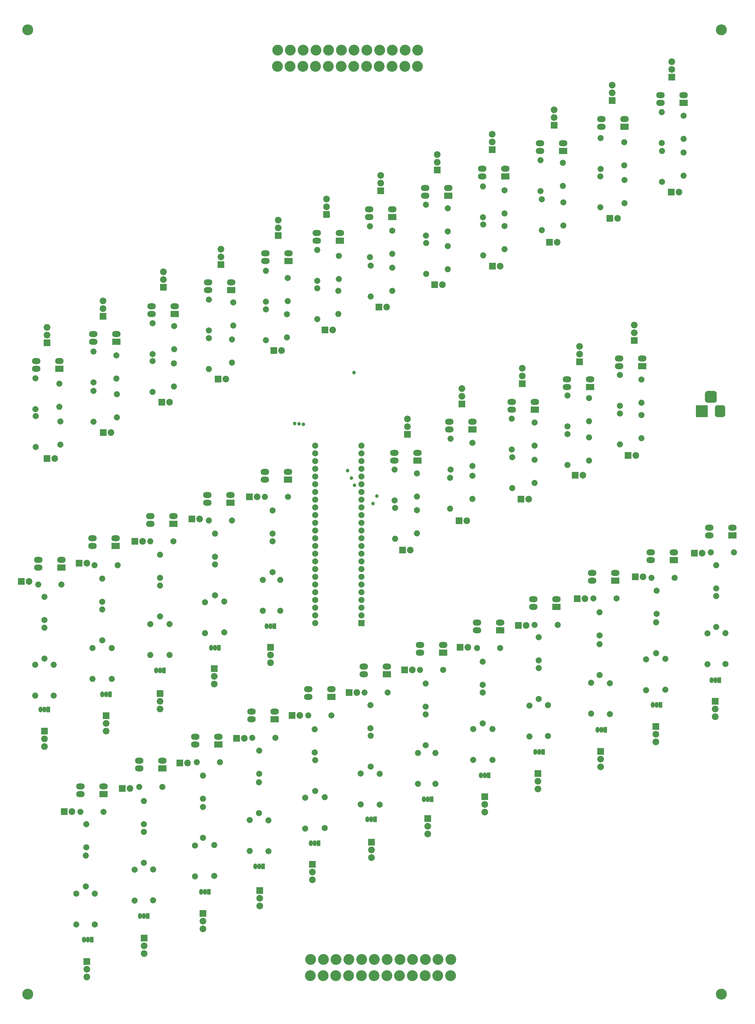
<source format=gbs>
G04 #@! TF.GenerationSoftware,KiCad,Pcbnew,(5.1.5-0-10_14)*
G04 #@! TF.CreationDate,2020-02-22T16:18:41-07:00*
G04 #@! TF.ProjectId,VasulkaTranslocationPCB,56617375-6c6b-4615-9472-616e736c6f63,rev?*
G04 #@! TF.SameCoordinates,Original*
G04 #@! TF.FileFunction,Soldermask,Bot*
G04 #@! TF.FilePolarity,Negative*
%FSLAX46Y46*%
G04 Gerber Fmt 4.6, Leading zero omitted, Abs format (unit mm)*
G04 Created by KiCad (PCBNEW (5.1.5-0-10_14)) date 2020-02-22 16:18:41*
%MOMM*%
%LPD*%
G04 APERTURE LIST*
%ADD10C,2.000000*%
%ADD11R,2.000000X2.000000*%
%ADD12C,3.575000*%
%ADD13R,3.900000X3.900000*%
%ADD14C,0.100000*%
%ADD15C,2.200000*%
%ADD16R,2.200000X2.200000*%
%ADD17O,2.000000X2.000000*%
%ADD18O,2.200000X2.200000*%
%ADD19O,1.300000X1.900000*%
%ADD20R,1.300000X1.900000*%
%ADD21C,3.600000*%
%ADD22R,2.800000X2.000000*%
%ADD23O,2.800000X2.000000*%
%ADD24C,1.200000*%
G04 APERTURE END LIST*
D10*
X224282000Y-268986000D03*
X224282000Y-266446000D03*
X224282000Y-263906000D03*
X224282000Y-261366000D03*
X224282000Y-271526000D03*
X224282000Y-274066000D03*
X224282000Y-276606000D03*
X224282000Y-258826000D03*
X224282000Y-256286000D03*
X224282000Y-253746000D03*
X224282000Y-251206000D03*
X209042000Y-251206000D03*
X209042000Y-253746000D03*
X209042000Y-256286000D03*
X209042000Y-258826000D03*
X209042000Y-261366000D03*
X209042000Y-263906000D03*
X209042000Y-266446000D03*
X209042000Y-268986000D03*
X224282000Y-279146000D03*
X224282000Y-281686000D03*
X224282000Y-284226000D03*
X224282000Y-286766000D03*
X224282000Y-289306000D03*
X224282000Y-291846000D03*
X224282000Y-294386000D03*
X224282000Y-296926000D03*
X224282000Y-299466000D03*
X224282000Y-302006000D03*
X224282000Y-304546000D03*
X224282000Y-307086000D03*
D11*
X224282000Y-309626000D03*
D10*
X209042000Y-271526000D03*
X209042000Y-274066000D03*
X209042000Y-276606000D03*
X209042000Y-279146000D03*
X209042000Y-281686000D03*
X209042000Y-284226000D03*
X209042000Y-286766000D03*
X209042000Y-289306000D03*
X209042000Y-291846000D03*
X209042000Y-294386000D03*
X209042000Y-296926000D03*
X209042000Y-299466000D03*
X209042000Y-302006000D03*
X209042000Y-304546000D03*
X209042000Y-307086000D03*
X209042000Y-309626000D03*
D12*
X196615000Y-121030000D03*
X200815000Y-121030000D03*
X205015000Y-121030000D03*
X209215000Y-121030000D03*
X213415000Y-121030000D03*
X217615000Y-121030000D03*
X221815000Y-121030000D03*
X226015000Y-121030000D03*
X230215000Y-121030000D03*
X234415000Y-121030000D03*
X238615000Y-121030000D03*
X242815000Y-121030000D03*
X242715000Y-126330000D03*
X238515000Y-126330000D03*
X234315000Y-126330000D03*
X230115000Y-126330000D03*
X225915000Y-126330000D03*
X221715000Y-126330000D03*
X217515000Y-126330000D03*
X213315000Y-126330000D03*
X209115000Y-126330000D03*
X204915000Y-126330000D03*
X200715000Y-126330000D03*
X196515000Y-126330000D03*
X253600000Y-425705000D03*
X249400000Y-425705000D03*
X245200000Y-425705000D03*
X241000000Y-425705000D03*
X236800000Y-425705000D03*
X232600000Y-425705000D03*
X228400000Y-425705000D03*
X224200000Y-425705000D03*
X220000000Y-425705000D03*
X215800000Y-425705000D03*
X211600000Y-425705000D03*
X207400000Y-425705000D03*
X207500000Y-420405000D03*
X211700000Y-420405000D03*
X215900000Y-420405000D03*
X220100000Y-420405000D03*
X224300000Y-420405000D03*
X228500000Y-420405000D03*
X232700000Y-420405000D03*
X236900000Y-420405000D03*
X241100000Y-420405000D03*
X245300000Y-420405000D03*
X249500000Y-420405000D03*
X253700000Y-420405000D03*
D13*
X336423000Y-239839500D03*
D14*
G36*
X343356315Y-237893593D02*
G01*
X343438827Y-237905833D01*
X343519742Y-237926101D01*
X343598281Y-237954202D01*
X343673687Y-237989867D01*
X343745235Y-238032751D01*
X343812234Y-238082441D01*
X343874041Y-238138459D01*
X343930059Y-238200266D01*
X343979749Y-238267265D01*
X344022633Y-238338813D01*
X344058298Y-238414219D01*
X344086399Y-238492758D01*
X344106667Y-238573673D01*
X344118907Y-238656185D01*
X344123000Y-238739500D01*
X344123000Y-240939500D01*
X344118907Y-241022815D01*
X344106667Y-241105327D01*
X344086399Y-241186242D01*
X344058298Y-241264781D01*
X344022633Y-241340187D01*
X343979749Y-241411735D01*
X343930059Y-241478734D01*
X343874041Y-241540541D01*
X343812234Y-241596559D01*
X343745235Y-241646249D01*
X343673687Y-241689133D01*
X343598281Y-241724798D01*
X343519742Y-241752899D01*
X343438827Y-241773167D01*
X343356315Y-241785407D01*
X343273000Y-241789500D01*
X341573000Y-241789500D01*
X341489685Y-241785407D01*
X341407173Y-241773167D01*
X341326258Y-241752899D01*
X341247719Y-241724798D01*
X341172313Y-241689133D01*
X341100765Y-241646249D01*
X341033766Y-241596559D01*
X340971959Y-241540541D01*
X340915941Y-241478734D01*
X340866251Y-241411735D01*
X340823367Y-241340187D01*
X340787702Y-241264781D01*
X340759601Y-241186242D01*
X340739333Y-241105327D01*
X340727093Y-241022815D01*
X340723000Y-240939500D01*
X340723000Y-238739500D01*
X340727093Y-238656185D01*
X340739333Y-238573673D01*
X340759601Y-238492758D01*
X340787702Y-238414219D01*
X340823367Y-238338813D01*
X340866251Y-238267265D01*
X340915941Y-238200266D01*
X340971959Y-238138459D01*
X341033766Y-238082441D01*
X341100765Y-238032751D01*
X341172313Y-237989867D01*
X341247719Y-237954202D01*
X341326258Y-237926101D01*
X341407173Y-237905833D01*
X341489685Y-237893593D01*
X341573000Y-237889500D01*
X343273000Y-237889500D01*
X343356315Y-237893593D01*
G37*
G36*
X340493567Y-233194195D02*
G01*
X340588213Y-233208234D01*
X340681028Y-233231483D01*
X340771116Y-233263717D01*
X340857612Y-233304627D01*
X340939681Y-233353817D01*
X341016533Y-233410815D01*
X341087429Y-233475071D01*
X341151685Y-233545967D01*
X341208683Y-233622819D01*
X341257873Y-233704888D01*
X341298783Y-233791384D01*
X341331017Y-233881472D01*
X341354266Y-233974287D01*
X341368305Y-234068933D01*
X341373000Y-234164500D01*
X341373000Y-236114500D01*
X341368305Y-236210067D01*
X341354266Y-236304713D01*
X341331017Y-236397528D01*
X341298783Y-236487616D01*
X341257873Y-236574112D01*
X341208683Y-236656181D01*
X341151685Y-236733033D01*
X341087429Y-236803929D01*
X341016533Y-236868185D01*
X340939681Y-236925183D01*
X340857612Y-236974373D01*
X340771116Y-237015283D01*
X340681028Y-237047517D01*
X340588213Y-237070766D01*
X340493567Y-237084805D01*
X340398000Y-237089500D01*
X338448000Y-237089500D01*
X338352433Y-237084805D01*
X338257787Y-237070766D01*
X338164972Y-237047517D01*
X338074884Y-237015283D01*
X337988388Y-236974373D01*
X337906319Y-236925183D01*
X337829467Y-236868185D01*
X337758571Y-236803929D01*
X337694315Y-236733033D01*
X337637317Y-236656181D01*
X337588127Y-236574112D01*
X337547217Y-236487616D01*
X337514983Y-236397528D01*
X337491734Y-236304713D01*
X337477695Y-236210067D01*
X337473000Y-236114500D01*
X337473000Y-234164500D01*
X337477695Y-234068933D01*
X337491734Y-233974287D01*
X337514983Y-233881472D01*
X337547217Y-233791384D01*
X337588127Y-233704888D01*
X337637317Y-233622819D01*
X337694315Y-233545967D01*
X337758571Y-233475071D01*
X337829467Y-233410815D01*
X337906319Y-233353817D01*
X337988388Y-233304627D01*
X338074884Y-233263717D01*
X338164972Y-233231483D01*
X338257787Y-233208234D01*
X338352433Y-233194195D01*
X338448000Y-233189500D01*
X340398000Y-233189500D01*
X340493567Y-233194195D01*
G37*
D15*
X203898500Y-340042500D03*
D16*
X201358500Y-340042500D03*
X183070500Y-347535500D03*
D15*
X185610500Y-347535500D03*
X222758000Y-332486000D03*
D16*
X220218000Y-332486000D03*
X131191000Y-289941000D03*
D15*
X133731000Y-289941000D03*
X114681000Y-295910000D03*
D16*
X112141000Y-295910000D03*
X149606000Y-282702000D03*
D15*
X152146000Y-282702000D03*
X170942000Y-275336000D03*
D16*
X168402000Y-275336000D03*
X187325000Y-268097000D03*
D15*
X189865000Y-268097000D03*
X240982500Y-325056500D03*
D16*
X238442500Y-325056500D03*
X256730500Y-317627000D03*
D15*
X259270500Y-317627000D03*
X278511000Y-310388000D03*
D16*
X275971000Y-310388000D03*
X333946500Y-286639000D03*
D15*
X336486500Y-286639000D03*
X317055500Y-294386000D03*
D16*
X314515500Y-294386000D03*
X295338500Y-301625000D03*
D15*
X297878500Y-301625000D03*
X166941500Y-355663500D03*
D16*
X164401500Y-355663500D03*
X126301500Y-371665500D03*
D15*
X128841500Y-371665500D03*
X147955000Y-364045500D03*
D16*
X145415000Y-364045500D03*
D10*
X267398500Y-354711000D03*
D17*
X267398500Y-344551000D03*
X172720000Y-312928000D03*
D10*
X172720000Y-302768000D03*
X176022000Y-300482000D03*
D17*
X176022000Y-290322000D03*
X282702000Y-324485000D03*
D10*
X282702000Y-334645000D03*
X197485000Y-305562000D03*
D17*
X197485000Y-295402000D03*
X179070000Y-302514000D03*
D10*
X179070000Y-312674000D03*
X154686000Y-310007000D03*
D17*
X154686000Y-320167000D03*
X116713000Y-333502000D03*
D10*
X116713000Y-323342000D03*
X119761000Y-321310000D03*
D17*
X119761000Y-311150000D03*
X138811000Y-305181000D03*
D10*
X138811000Y-315341000D03*
X306133500Y-339598000D03*
D17*
X306133500Y-329438000D03*
X338264500Y-323215000D03*
D10*
X338264500Y-313055000D03*
X161036000Y-320167000D03*
D17*
X161036000Y-310007000D03*
X302704500Y-316611000D03*
D10*
X302704500Y-326771000D03*
X187388500Y-374459500D03*
D17*
X187388500Y-384619500D03*
X227330000Y-346710000D03*
D10*
X227330000Y-356870000D03*
X208978500Y-364934500D03*
D17*
X208978500Y-354774500D03*
X299910500Y-339471000D03*
D10*
X299910500Y-329311000D03*
X175704500Y-392874500D03*
D17*
X175704500Y-382714500D03*
X136334500Y-398716500D03*
D10*
X136334500Y-408876500D03*
X230251000Y-369443000D03*
D17*
X230251000Y-359283000D03*
X193611500Y-374586500D03*
D10*
X193611500Y-384746500D03*
X172021500Y-380301500D03*
D17*
X172021500Y-370141500D03*
X155575000Y-390715500D03*
D10*
X155575000Y-400875500D03*
X169354500Y-382841500D03*
D17*
X169354500Y-393001500D03*
X133413500Y-386143500D03*
D10*
X133413500Y-396303500D03*
X253619000Y-259080000D03*
D17*
X253619000Y-248920000D03*
X130238500Y-408876500D03*
D10*
X130238500Y-398716500D03*
X152527000Y-388556500D03*
D17*
X152527000Y-378396500D03*
X149479000Y-401002500D03*
D10*
X149479000Y-390842500D03*
X245427500Y-349821500D03*
D17*
X245427500Y-339661500D03*
X192722500Y-216471500D03*
D10*
X192722500Y-206311500D03*
X309435500Y-240665000D03*
D17*
X309435500Y-250825000D03*
X173990000Y-225996500D03*
D10*
X173990000Y-215836500D03*
X264223500Y-342646000D03*
D17*
X264223500Y-332486000D03*
X323215000Y-141414500D03*
D10*
X323215000Y-151574500D03*
X310959500Y-163766500D03*
D17*
X310959500Y-171386500D03*
X330454000Y-162306000D03*
D10*
X330454000Y-154686000D03*
X143510000Y-221488000D03*
D17*
X143510000Y-229108000D03*
X330454000Y-150241000D03*
D10*
X330454000Y-142621000D03*
X310832500Y-151320500D03*
D17*
X310832500Y-158940500D03*
X234378500Y-200215500D03*
D10*
X234378500Y-192595500D03*
X252730000Y-185483500D03*
D17*
X252730000Y-193103500D03*
X143637000Y-241935000D03*
D10*
X143637000Y-234315000D03*
X181991000Y-204025500D03*
D17*
X181991000Y-211645500D03*
X252666500Y-180657500D03*
D10*
X252666500Y-173037500D03*
X316547500Y-241109500D03*
D17*
X316547500Y-248729500D03*
X216789000Y-196342000D03*
D10*
X216789000Y-188722000D03*
X299275500Y-248475500D03*
D17*
X299275500Y-256095500D03*
X281305000Y-251206000D03*
D10*
X281305000Y-243586000D03*
X181610000Y-216217500D03*
D17*
X181610000Y-223837500D03*
X199707500Y-215582500D03*
D10*
X199707500Y-207962500D03*
X299275500Y-235521500D03*
D17*
X299275500Y-243141500D03*
X242506500Y-280098500D03*
D10*
X242506500Y-272478500D03*
X260858000Y-250253500D03*
D17*
X260858000Y-257873500D03*
X152527000Y-368236500D03*
D10*
X152527000Y-375856500D03*
X242506500Y-260350000D03*
D17*
X242506500Y-267970000D03*
X133540500Y-375856500D03*
D10*
X133540500Y-383476500D03*
X195897500Y-347408500D03*
D17*
X188277500Y-347408500D03*
X225298000Y-332486000D03*
D10*
X232918000Y-332486000D03*
X208851500Y-352234500D03*
D17*
X208851500Y-344614500D03*
X172021500Y-359854500D03*
D10*
X172021500Y-367474500D03*
X190563500Y-359219500D03*
D17*
X190563500Y-351599500D03*
X151003000Y-363537500D03*
D10*
X158623000Y-363537500D03*
X139255500Y-371792500D03*
D17*
X131635500Y-371792500D03*
X169989500Y-355409500D03*
D10*
X177609500Y-355409500D03*
X143891000Y-290576000D03*
D17*
X136271000Y-290576000D03*
X119761000Y-300990000D03*
D10*
X119761000Y-308610000D03*
X321500500Y-306578000D03*
D17*
X321500500Y-298958000D03*
X157861000Y-287147000D03*
D10*
X157861000Y-294767000D03*
X181610000Y-275844000D03*
D17*
X173990000Y-275844000D03*
X192405000Y-268097000D03*
D10*
X200025000Y-268097000D03*
X347027500Y-286385000D03*
D17*
X339407500Y-286385000D03*
X176022000Y-280162000D03*
D10*
X176022000Y-287782000D03*
X194945000Y-280162000D03*
D17*
X194945000Y-272542000D03*
X281305000Y-310261000D03*
D10*
X288925000Y-310261000D03*
X264223500Y-329946000D03*
D17*
X264223500Y-322326000D03*
X162433000Y-231775000D03*
D10*
X162433000Y-224155000D03*
D16*
X306895500Y-137604500D03*
D18*
X306895500Y-135064500D03*
X306895500Y-132524500D03*
X287782000Y-140652500D03*
X287782000Y-143192500D03*
D16*
X287782000Y-145732500D03*
X158940500Y-199072500D03*
D18*
X158940500Y-196532500D03*
X158940500Y-193992500D03*
X196786500Y-176974500D03*
X196786500Y-179514500D03*
D16*
X196786500Y-182054500D03*
X230568500Y-167322500D03*
D18*
X230568500Y-164782500D03*
X230568500Y-162242500D03*
X277241000Y-225742500D03*
X277241000Y-228282500D03*
D16*
X277241000Y-230822500D03*
X296164000Y-223583500D03*
D18*
X296164000Y-221043500D03*
X296164000Y-218503500D03*
X239395000Y-242443000D03*
X239395000Y-244983000D03*
D16*
X239395000Y-247523000D03*
X190754000Y-397700500D03*
D18*
X190754000Y-400240500D03*
X190754000Y-402780500D03*
X119761000Y-350266000D03*
X119761000Y-347726000D03*
D16*
X119761000Y-345186000D03*
X194310000Y-317627000D03*
D18*
X194310000Y-320167000D03*
X194310000Y-322707000D03*
X264858500Y-371856000D03*
X264858500Y-369316000D03*
D16*
X264858500Y-366776000D03*
D19*
X176022000Y-317754000D03*
X174752000Y-317754000D03*
D20*
X177292000Y-317754000D03*
X247332500Y-367601500D03*
D19*
X244792500Y-367601500D03*
X246062500Y-367601500D03*
X264858500Y-359791000D03*
X263588500Y-359791000D03*
D20*
X266128500Y-359791000D03*
X284099000Y-352044000D03*
D19*
X281559000Y-352044000D03*
X282829000Y-352044000D03*
X119761000Y-338074000D03*
X118491000Y-338074000D03*
D20*
X121031000Y-338074000D03*
X342201500Y-328422000D03*
D19*
X339661500Y-328422000D03*
X340931500Y-328422000D03*
X321500500Y-336550000D03*
X320230500Y-336550000D03*
D20*
X322770500Y-336550000D03*
X304609500Y-344805000D03*
D19*
X302069500Y-344805000D03*
X303339500Y-344805000D03*
X190563500Y-389699500D03*
X189293500Y-389699500D03*
D20*
X191833500Y-389699500D03*
X173926500Y-398081500D03*
D19*
X171386500Y-398081500D03*
X172656500Y-398081500D03*
X134048500Y-413829500D03*
X132778500Y-413829500D03*
D20*
X135318500Y-413829500D03*
X153797000Y-406082500D03*
D19*
X151257000Y-406082500D03*
X152527000Y-406082500D03*
D17*
X302958500Y-172720000D03*
D10*
X302958500Y-162560000D03*
X303085500Y-160083500D03*
D17*
X303085500Y-149923500D03*
D21*
X114300000Y-431800000D03*
D15*
X214757000Y-213106000D03*
D16*
X212217000Y-213106000D03*
D15*
X197929500Y-219900500D03*
D16*
X195389500Y-219900500D03*
D15*
X179578000Y-229298500D03*
D16*
X177038000Y-229298500D03*
X120650000Y-255460500D03*
D15*
X123190000Y-255460500D03*
X160972500Y-236918500D03*
D16*
X158432500Y-236918500D03*
D15*
X141732000Y-246888000D03*
D16*
X139192000Y-246888000D03*
X286258000Y-184213500D03*
D15*
X288798000Y-184213500D03*
X328866500Y-167703500D03*
D16*
X326326500Y-167703500D03*
D15*
X308673500Y-176339500D03*
D16*
X306133500Y-176339500D03*
X267462000Y-192087500D03*
D15*
X270002000Y-192087500D03*
X232537000Y-205549500D03*
D16*
X229997000Y-205549500D03*
X248412000Y-198247000D03*
D15*
X250952000Y-198247000D03*
D16*
X276860000Y-268795500D03*
D15*
X279400000Y-268795500D03*
D16*
X312166000Y-254444500D03*
D15*
X314706000Y-254444500D03*
D16*
X294703500Y-260985000D03*
D15*
X297243500Y-260985000D03*
D16*
X256413000Y-275971000D03*
D15*
X258953000Y-275971000D03*
D16*
X237807500Y-285623000D03*
D15*
X240347500Y-285623000D03*
D18*
X212725000Y-170053000D03*
X212725000Y-172593000D03*
D16*
X212725000Y-175133000D03*
D18*
X120650000Y-212280500D03*
X120650000Y-214820500D03*
D16*
X120650000Y-217360500D03*
X139065000Y-208661000D03*
D18*
X139065000Y-206121000D03*
X139065000Y-203581000D03*
X326517000Y-124841000D03*
X326517000Y-127381000D03*
D16*
X326517000Y-129921000D03*
X267335000Y-153733500D03*
D18*
X267335000Y-151193500D03*
X267335000Y-148653500D03*
D16*
X249237500Y-160464500D03*
D18*
X249237500Y-157924500D03*
X249237500Y-155384500D03*
X314134500Y-211518500D03*
X314134500Y-214058500D03*
D16*
X314134500Y-216598500D03*
X257365500Y-237490000D03*
D18*
X257365500Y-234950000D03*
X257365500Y-232410000D03*
D16*
X208089500Y-389064500D03*
D18*
X208089500Y-391604500D03*
X208089500Y-394144500D03*
D16*
X227584000Y-381762000D03*
D18*
X227584000Y-384302000D03*
X227584000Y-386842000D03*
D19*
X208851500Y-382079500D03*
X207581500Y-382079500D03*
D20*
X210121500Y-382079500D03*
D19*
X227457000Y-374269000D03*
X226187000Y-374269000D03*
D20*
X228727000Y-374269000D03*
D18*
X140081000Y-345186000D03*
X140081000Y-342646000D03*
D16*
X140081000Y-340106000D03*
D18*
X157861000Y-337947000D03*
X157861000Y-335407000D03*
D16*
X157861000Y-332867000D03*
D19*
X140081000Y-333121000D03*
X138811000Y-333121000D03*
D20*
X141351000Y-333121000D03*
X159131000Y-325247000D03*
D19*
X156591000Y-325247000D03*
X157861000Y-325247000D03*
D18*
X175768000Y-329692000D03*
X175768000Y-327152000D03*
D16*
X175768000Y-324612000D03*
D20*
X195580000Y-310642000D03*
D19*
X193040000Y-310642000D03*
X194310000Y-310642000D03*
D18*
X246062500Y-379031500D03*
X246062500Y-376491500D03*
D16*
X246062500Y-373951500D03*
D18*
X282448000Y-364236000D03*
X282448000Y-361696000D03*
D16*
X282448000Y-359156000D03*
X340804500Y-335407000D03*
D18*
X340804500Y-337947000D03*
X340804500Y-340487000D03*
X321246500Y-348742000D03*
X321246500Y-346202000D03*
D16*
X321246500Y-343662000D03*
D18*
X303085500Y-356997000D03*
X303085500Y-354457000D03*
D16*
X303085500Y-351917000D03*
X172021500Y-405193500D03*
D18*
X172021500Y-407733500D03*
X172021500Y-410273500D03*
X133731000Y-426148500D03*
X133731000Y-423608500D03*
D16*
X133731000Y-421068500D03*
X152654000Y-413321500D03*
D18*
X152654000Y-415861500D03*
X152654000Y-418401500D03*
D10*
X216662000Y-200279000D03*
D17*
X216662000Y-207899000D03*
X209677000Y-186817000D03*
D10*
X209677000Y-196977000D03*
X209677000Y-199390000D03*
D17*
X209677000Y-209550000D03*
D10*
X199961500Y-196024500D03*
D17*
X199961500Y-203644500D03*
X192722500Y-193611500D03*
D10*
X192722500Y-203771500D03*
D17*
X173990000Y-203136500D03*
D10*
X173990000Y-213296500D03*
X125031500Y-243268500D03*
D17*
X125031500Y-250888500D03*
D10*
X116840000Y-239204500D03*
D17*
X116840000Y-229044500D03*
D10*
X124650500Y-230822500D03*
D17*
X124650500Y-238442500D03*
D10*
X116903500Y-241490500D03*
D17*
X116903500Y-251650500D03*
X155448000Y-233553000D03*
D10*
X155448000Y-223393000D03*
X135953500Y-230378000D03*
D17*
X135953500Y-220218000D03*
D10*
X162560000Y-211836000D03*
D17*
X162560000Y-219456000D03*
X155448000Y-210883500D03*
D10*
X155448000Y-221043500D03*
X135953500Y-233172000D03*
D17*
X135953500Y-243332000D03*
D10*
X290766500Y-171132500D03*
D17*
X290766500Y-178752500D03*
X283273500Y-157226000D03*
D10*
X283273500Y-167386000D03*
D17*
X290639500Y-165671500D03*
D10*
X290639500Y-158051500D03*
X283654500Y-170116500D03*
D17*
X283654500Y-180276500D03*
D10*
X323278500Y-164338000D03*
D17*
X323278500Y-154178000D03*
X271399000Y-186563000D03*
D10*
X271399000Y-178943000D03*
D17*
X264414000Y-188595000D03*
D10*
X264414000Y-178435000D03*
X271399000Y-167132000D03*
D17*
X271399000Y-174752000D03*
D10*
X264287000Y-176022000D03*
D17*
X264287000Y-165862000D03*
D10*
X227076000Y-189166500D03*
D17*
X227076000Y-179006500D03*
D10*
X245618000Y-184531000D03*
D17*
X245618000Y-194691000D03*
X234378500Y-188023500D03*
D10*
X234378500Y-180403500D03*
D17*
X227266500Y-202120500D03*
D10*
X227266500Y-191960500D03*
X245491000Y-182054500D03*
D17*
X245491000Y-171894500D03*
D10*
X281305000Y-255905000D03*
D17*
X281305000Y-263525000D03*
X273939000Y-265176000D03*
D10*
X273939000Y-255016000D03*
X292163500Y-247396000D03*
D17*
X292163500Y-257556000D03*
X273812000Y-242316000D03*
D10*
X273812000Y-252476000D03*
D17*
X316547500Y-237109000D03*
D10*
X316547500Y-229489000D03*
X309435500Y-238125000D03*
D17*
X309435500Y-227965000D03*
D10*
X292163500Y-244856000D03*
D17*
X292163500Y-234696000D03*
D10*
X260794500Y-261112000D03*
D17*
X260794500Y-268732000D03*
D10*
X253428500Y-261810500D03*
D17*
X253428500Y-271970500D03*
D10*
X235331000Y-271716500D03*
D17*
X235331000Y-281876500D03*
D10*
X235204000Y-269240000D03*
D17*
X235204000Y-259080000D03*
X206692500Y-340042500D03*
D10*
X214312500Y-340042500D03*
D17*
X212153500Y-366966500D03*
D10*
X212153500Y-377126500D03*
D17*
X227203000Y-336677000D03*
D10*
X227203000Y-344297000D03*
X190436500Y-372173500D03*
D17*
X190436500Y-362013500D03*
X205676500Y-377253500D03*
D10*
X205676500Y-367093500D03*
D17*
X224028000Y-369316000D03*
D10*
X224028000Y-359156000D03*
X125349000Y-296926000D03*
D17*
X117729000Y-296926000D03*
D10*
X162306000Y-282702000D03*
D17*
X154686000Y-282702000D03*
D10*
X141986000Y-328041000D03*
D17*
X141986000Y-317881000D03*
X122809000Y-323342000D03*
D10*
X122809000Y-333502000D03*
D17*
X138811000Y-295021000D03*
D10*
X138811000Y-302641000D03*
X135636000Y-317881000D03*
D17*
X135636000Y-328041000D03*
X157861000Y-297307000D03*
D10*
X157861000Y-307467000D03*
D17*
X194945000Y-282702000D03*
D10*
X194945000Y-292862000D03*
X191770000Y-295402000D03*
D17*
X191770000Y-305562000D03*
X243522500Y-325056500D03*
D10*
X251142500Y-325056500D03*
X269938500Y-317881000D03*
D17*
X262318500Y-317881000D03*
D10*
X248602500Y-362521500D03*
D17*
X248602500Y-352361500D03*
X245427500Y-329501500D03*
D10*
X245427500Y-337121500D03*
X285750000Y-346837000D03*
D17*
X285750000Y-336677000D03*
D10*
X242887500Y-352361500D03*
D17*
X242887500Y-362521500D03*
X261048500Y-354711000D03*
D10*
X261048500Y-344551000D03*
D17*
X282702000Y-314325000D03*
D10*
X282702000Y-321945000D03*
X279654000Y-336804000D03*
D17*
X279654000Y-346964000D03*
X319849500Y-294767000D03*
D10*
X327469500Y-294767000D03*
D17*
X300672500Y-301498000D03*
D10*
X308292500Y-301498000D03*
D17*
X344233500Y-312928000D03*
D10*
X344233500Y-323088000D03*
X324421500Y-331597000D03*
D17*
X324421500Y-321437000D03*
X341185500Y-290576000D03*
D10*
X341185500Y-298196000D03*
D17*
X341185500Y-300736000D03*
D10*
X341185500Y-310896000D03*
X302704500Y-313690000D03*
D17*
X302704500Y-306070000D03*
X321373500Y-309372000D03*
D10*
X321373500Y-319532000D03*
D17*
X318071500Y-331724000D03*
D10*
X318071500Y-321564000D03*
D22*
X217170000Y-183705500D03*
D23*
X209550000Y-181165500D03*
X217170000Y-181165500D03*
X209550000Y-183705500D03*
D22*
X200215500Y-190436500D03*
D23*
X192595500Y-187896500D03*
X200215500Y-187896500D03*
X192595500Y-190436500D03*
D22*
X181356000Y-199961500D03*
D23*
X173736000Y-197421500D03*
X181356000Y-197421500D03*
X173736000Y-199961500D03*
X117030500Y-225933000D03*
X124650500Y-223393000D03*
X117030500Y-223393000D03*
D22*
X124650500Y-225933000D03*
D23*
X155067000Y-207899000D03*
X162687000Y-205359000D03*
X155067000Y-205359000D03*
D22*
X162687000Y-207899000D03*
X143510000Y-217043000D03*
D23*
X135890000Y-214503000D03*
X143510000Y-214503000D03*
X135890000Y-217043000D03*
D22*
X290703000Y-154178000D03*
D23*
X283083000Y-151638000D03*
X290703000Y-151638000D03*
X283083000Y-154178000D03*
D22*
X330454000Y-138366500D03*
D23*
X322834000Y-135826500D03*
X330454000Y-135826500D03*
X322834000Y-138366500D03*
D22*
X310959500Y-146240500D03*
D23*
X303339500Y-143700500D03*
X310959500Y-143700500D03*
X303339500Y-146240500D03*
D22*
X271653000Y-162560000D03*
D23*
X264033000Y-160020000D03*
X271653000Y-160020000D03*
X264033000Y-162560000D03*
X226822000Y-175958500D03*
X234442000Y-173418500D03*
X226822000Y-173418500D03*
D22*
X234442000Y-175958500D03*
D23*
X245237000Y-168910000D03*
X252857000Y-166370000D03*
X245237000Y-166370000D03*
D22*
X252857000Y-168910000D03*
X281368500Y-239331500D03*
D23*
X273748500Y-236791500D03*
X281368500Y-236791500D03*
X273748500Y-239331500D03*
D22*
X316801500Y-225044000D03*
D23*
X309181500Y-222504000D03*
X316801500Y-222504000D03*
X309181500Y-225044000D03*
X291973000Y-231902000D03*
X299593000Y-229362000D03*
X291973000Y-229362000D03*
D22*
X299593000Y-231902000D03*
D23*
X253238000Y-245872000D03*
X260858000Y-243332000D03*
X253238000Y-243332000D03*
D22*
X260858000Y-245872000D03*
D23*
X235077000Y-256095500D03*
X242697000Y-253555500D03*
X235077000Y-253555500D03*
D22*
X242697000Y-256095500D03*
D23*
X206692500Y-333946500D03*
X214312500Y-331406500D03*
X206692500Y-331406500D03*
D22*
X214312500Y-333946500D03*
X195643500Y-341312500D03*
D23*
X188023500Y-338772500D03*
X195643500Y-338772500D03*
X188023500Y-341312500D03*
D22*
X232664000Y-326517000D03*
D23*
X225044000Y-323977000D03*
X232664000Y-323977000D03*
X225044000Y-326517000D03*
X135636000Y-284226000D03*
X143256000Y-281686000D03*
X135636000Y-281686000D03*
D22*
X143256000Y-284226000D03*
D23*
X117729000Y-291338000D03*
X125349000Y-288798000D03*
X117729000Y-288798000D03*
D22*
X125349000Y-291338000D03*
D23*
X154686000Y-276987000D03*
X162306000Y-274447000D03*
X154686000Y-274447000D03*
D22*
X162306000Y-276987000D03*
D23*
X173482000Y-270002000D03*
X181102000Y-267462000D03*
X173482000Y-267462000D03*
D22*
X181102000Y-270002000D03*
X200025000Y-262382000D03*
D23*
X192405000Y-259842000D03*
X200025000Y-259842000D03*
X192405000Y-262382000D03*
D22*
X251142500Y-319341500D03*
D23*
X243522500Y-316801500D03*
X251142500Y-316801500D03*
X243522500Y-319341500D03*
D22*
X269938500Y-312039000D03*
D23*
X262318500Y-309499000D03*
X269938500Y-309499000D03*
X262318500Y-312039000D03*
X280924000Y-304292000D03*
X288544000Y-301752000D03*
X280924000Y-301752000D03*
D22*
X288544000Y-304292000D03*
D23*
X338899500Y-280797000D03*
X346519500Y-278257000D03*
X338899500Y-278257000D03*
D22*
X346519500Y-280797000D03*
D23*
X319595500Y-288925000D03*
X327215500Y-286385000D03*
X319595500Y-286385000D03*
D22*
X327215500Y-288925000D03*
X307911500Y-295656000D03*
D23*
X300291500Y-293116000D03*
X307911500Y-293116000D03*
X300291500Y-295656000D03*
X169481500Y-349567500D03*
X177101500Y-347027500D03*
X169481500Y-347027500D03*
D22*
X177101500Y-349567500D03*
X139255500Y-365950500D03*
D23*
X131635500Y-363410500D03*
X139255500Y-363410500D03*
X131635500Y-365950500D03*
X151003000Y-357441500D03*
X158623000Y-354901500D03*
X151003000Y-354901500D03*
D22*
X158623000Y-357441500D03*
D18*
X177927000Y-186499500D03*
X177927000Y-189039500D03*
D16*
X177927000Y-191579500D03*
D21*
X114300000Y-114300000D03*
X342900000Y-114300000D03*
X342900000Y-431800000D03*
D24*
X205105000Y-244157500D03*
X203644500Y-244030500D03*
X202247500Y-243967000D03*
X219710000Y-259397500D03*
X220980000Y-261874000D03*
X228028500Y-270256000D03*
X221996000Y-264287000D03*
X229362000Y-267779500D03*
X221805500Y-227203000D03*
M02*

</source>
